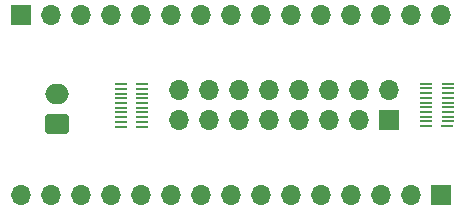
<source format=gbr>
%TF.GenerationSoftware,KiCad,Pcbnew,7.0.8*%
%TF.CreationDate,2023-10-16T17:27:27+02:00*%
%TF.ProjectId,LvL_shifter_shield,4c764c5f-7368-4696-9674-65725f736869,rev?*%
%TF.SameCoordinates,Original*%
%TF.FileFunction,Soldermask,Top*%
%TF.FilePolarity,Negative*%
%FSLAX46Y46*%
G04 Gerber Fmt 4.6, Leading zero omitted, Abs format (unit mm)*
G04 Created by KiCad (PCBNEW 7.0.8) date 2023-10-16 17:27:27*
%MOMM*%
%LPD*%
G01*
G04 APERTURE LIST*
G04 Aperture macros list*
%AMRoundRect*
0 Rectangle with rounded corners*
0 $1 Rounding radius*
0 $2 $3 $4 $5 $6 $7 $8 $9 X,Y pos of 4 corners*
0 Add a 4 corners polygon primitive as box body*
4,1,4,$2,$3,$4,$5,$6,$7,$8,$9,$2,$3,0*
0 Add four circle primitives for the rounded corners*
1,1,$1+$1,$2,$3*
1,1,$1+$1,$4,$5*
1,1,$1+$1,$6,$7*
1,1,$1+$1,$8,$9*
0 Add four rect primitives between the rounded corners*
20,1,$1+$1,$2,$3,$4,$5,0*
20,1,$1+$1,$4,$5,$6,$7,0*
20,1,$1+$1,$6,$7,$8,$9,0*
20,1,$1+$1,$8,$9,$2,$3,0*%
G04 Aperture macros list end*
%ADD10R,1.100000X0.200000*%
%ADD11R,1.000000X0.200000*%
%ADD12RoundRect,0.250000X0.750000X-0.600000X0.750000X0.600000X-0.750000X0.600000X-0.750000X-0.600000X0*%
%ADD13O,2.000000X1.700000*%
%ADD14R,1.700000X1.700000*%
%ADD15O,1.700000X1.700000*%
G04 APERTURE END LIST*
D10*
%TO.C,U1*%
X142085000Y-87525000D03*
D11*
X142135000Y-87125000D03*
X142135000Y-86725000D03*
X142135000Y-86325000D03*
X142135000Y-85925000D03*
X142135000Y-85525000D03*
X142135000Y-85125000D03*
X142135000Y-84725000D03*
X142135000Y-84325000D03*
X142135000Y-83925000D03*
X140335000Y-83925000D03*
X140335000Y-84325000D03*
X140335000Y-84725000D03*
X140335000Y-85125000D03*
X140335000Y-85525000D03*
X140335000Y-85925000D03*
X140335000Y-86325000D03*
X140335000Y-86725000D03*
X140335000Y-87125000D03*
X140335000Y-87525000D03*
%TD*%
D12*
%TO.C,J4*%
X109067600Y-87325200D03*
D13*
X109067600Y-84825200D03*
%TD*%
D14*
%TO.C,J1*%
X137160000Y-86995000D03*
D15*
X137160000Y-84455000D03*
X134620000Y-86995000D03*
X134620000Y-84455000D03*
X132080000Y-86995000D03*
X132080000Y-84455000D03*
X129540000Y-86995000D03*
X129540000Y-84455000D03*
X127000000Y-86995000D03*
X127000000Y-84455000D03*
X124460000Y-86995000D03*
X124460000Y-84455000D03*
X121920000Y-86995000D03*
X121920000Y-84455000D03*
X119380000Y-86995000D03*
X119380000Y-84455000D03*
%TD*%
D10*
%TO.C,U2*%
X114505000Y-83960000D03*
D11*
X114455000Y-84360000D03*
X114455000Y-84760000D03*
X114455000Y-85160000D03*
X114455000Y-85560000D03*
X114455000Y-85960000D03*
X114455000Y-86360000D03*
X114455000Y-86760000D03*
X114455000Y-87160000D03*
X114455000Y-87560000D03*
X116255000Y-87560000D03*
X116255000Y-87160000D03*
X116255000Y-86760000D03*
X116255000Y-86360000D03*
X116255000Y-85960000D03*
X116255000Y-85560000D03*
X116255000Y-85160000D03*
X116255000Y-84760000D03*
X116255000Y-84360000D03*
X116255000Y-83960000D03*
%TD*%
D14*
%TO.C,J3*%
X141605000Y-93345000D03*
D15*
X139065000Y-93345000D03*
X136525000Y-93345000D03*
X133985000Y-93345000D03*
X131445000Y-93345000D03*
X128905000Y-93345000D03*
X126365000Y-93345000D03*
X123825000Y-93345000D03*
X121285000Y-93345000D03*
X118745000Y-93345000D03*
X116205000Y-93345000D03*
X113665000Y-93345000D03*
X111125000Y-93345000D03*
X108585000Y-93345000D03*
X106045000Y-93345000D03*
%TD*%
D14*
%TO.C,J2*%
X106019600Y-78105000D03*
D15*
X108559600Y-78105000D03*
X111099600Y-78105000D03*
X113639600Y-78105000D03*
X116179600Y-78105000D03*
X118719600Y-78105000D03*
X121259600Y-78105000D03*
X123799600Y-78105000D03*
X126339600Y-78105000D03*
X128879600Y-78105000D03*
X131419600Y-78105000D03*
X133959600Y-78105000D03*
X136499600Y-78105000D03*
X139039600Y-78105000D03*
X141579600Y-78105000D03*
%TD*%
M02*

</source>
